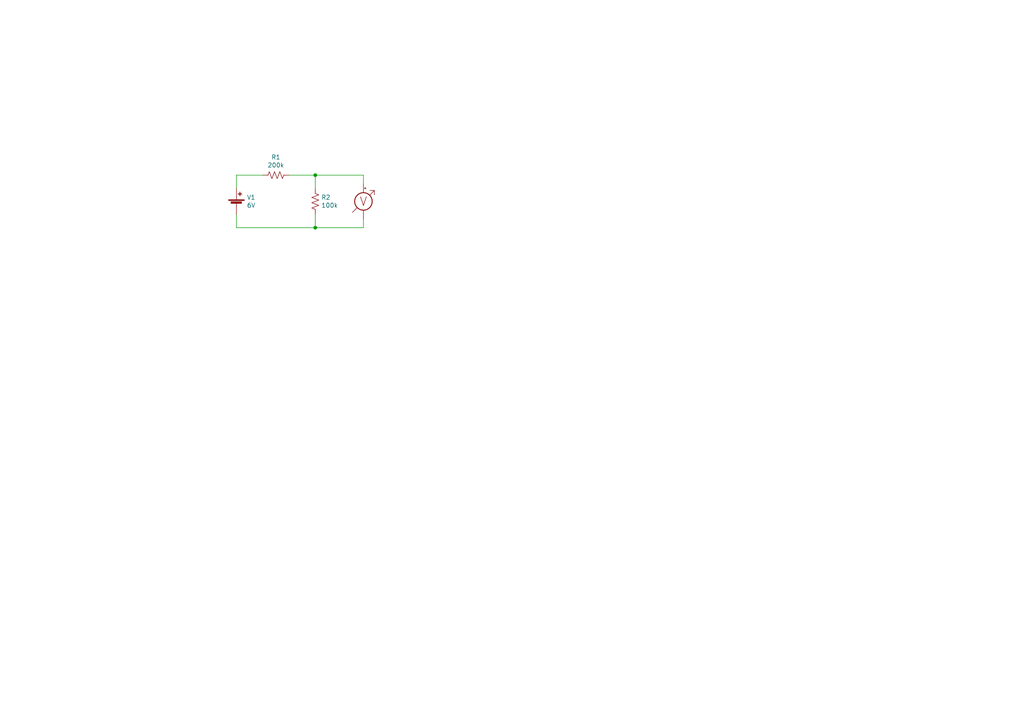
<source format=kicad_sch>
(kicad_sch (version 20211123) (generator eeschema)
  (paper "A4")
  (lib_symbols
    (symbol "Device:Battery_Cell" (pin_numbers hide) (pin_names (offset 0) hide)
      (property "Reference" "BT" (at 2.54 2.54 0))
      (property "Value" "Battery_Cell" (at 2.54 0 0))
      (symbol "Battery_Cell_0_1"
        (rectangle (start -2.286 1.778) (end 2.286 1.524) (fill (type outline)))
        (rectangle (start -1.5748 1.1938) (end 1.4732 0.6858) (fill (type outline)))
        (polyline (pts (xy 0 0.762) (xy 0 0)))
        (polyline (pts (xy 0 1.778) (xy 0 2.54)))
        (polyline (pts (xy 0.508 3.429) (xy 1.524 3.429)) (stroke (width 0.254)))
        (polyline (pts (xy 1.016 3.937) (xy 1.016 2.921)) (stroke (width 0.254)))
      )
      (symbol "Battery_Cell_1_1"
        (pin passive line (at 0 5.08 270) (length 2.54) (name "+") (number "1"))
        (pin passive line (at 0 -2.54 90) (length 2.54) (name "-") (number "2"))
      )
    )
    (symbol "Device:R_US" (pin_numbers hide) (pin_names (offset 0))
      (property "Reference" "R" (at 2.54 0 90))
      (property "Value" "R_US" (at -2.54 0 90))
      (symbol "R_US_0_1"
        (polyline (pts (xy 0 -2.286) (xy 0 -2.54)))
        (polyline (pts (xy 0 2.286) (xy 0 2.54)))
        (polyline (pts (xy 0 -0.762) (xy 1.016 -1.143) (xy 0 -1.524) (xy -1.016 -1.905) (xy 0 -2.286)))
        (polyline (pts (xy 0 0.762) (xy 1.016 0.381) (xy 0 0) (xy -1.016 -0.381) (xy 0 -0.762)))
        (polyline (pts (xy 0 2.286) (xy 1.016 1.905) (xy 0 1.524) (xy -1.016 1.143) (xy 0 0.762)))
      )
      (symbol "R_US_1_1"
        (pin passive line (at 0 3.81 270) (length 1.27) (name "~") (number "1"))
        (pin passive line (at 0 -3.81 90) (length 1.27) (name "~") (number "2"))
      )
    )
    (symbol "Device:Voltmeter_DC" (pin_numbers hide) (pin_names (offset 0.0254) hide)
      (property "Reference" "MES" (at -3.302 1.016 0))
      (property "Value" "Voltmeter_DC" (at -3.302 -0.762 0))
      (symbol "Voltmeter_DC_0_0"
        (polyline (pts (xy -3.175 -3.175) (xy -1.905 -1.905)))
        (polyline (pts (xy 1.905 1.905) (xy 3.175 3.175)))
        (polyline (pts (xy 1.905 3.175) (xy 3.175 3.175) (xy 3.175 1.905)))
        (text "V" (at 0 0 0) (effects (font (size 2.54 2.54))))
      )
      (symbol "Voltmeter_DC_0_1"
        (polyline (pts (xy 0.254 3.81) (xy 0.762 3.81)))
        (polyline (pts (xy 0.508 4.064) (xy 0.508 3.556)))
        (circle (center 0 0) (radius 2.54) (stroke (width 0.254)))
      )
      (symbol "Voltmeter_DC_1_1"
        (pin passive line (at 0 -5.08 90) (length 2.54) (name "-") (number "1"))
        (pin passive line (at 0 5.08 270) (length 2.54) (name "+") (number "2"))
      )
    )
  )
  (junction (at 91.44 50.8))
  (junction (at 91.44 66.04))
  (wire (pts (xy 68.58 54.61) (xy 68.58 50.8)))
  (wire (pts (xy 91.44 50.8) (xy 91.44 54.61)))
  (wire (pts (xy 105.41 63.5) (xy 105.41 66.04)))
  (wire (pts (xy 91.44 66.04) (xy 68.58 66.04)))
  (wire (pts (xy 91.44 62.23) (xy 91.44 66.04)))
  (wire (pts (xy 105.41 50.8) (xy 105.41 53.34)))
  (wire (pts (xy 83.82 50.8) (xy 91.44 50.8)))
  (wire (pts (xy 68.58 66.04) (xy 68.58 62.23)))
  (wire (pts (xy 68.58 50.8) (xy 76.2 50.8)))
  (wire (pts (xy 105.41 66.04) (xy 91.44 66.04)))
  (wire (pts (xy 91.44 50.8) (xy 105.41 50.8)))
  (symbol (lib_id "Device:Battery_Cell") (at 68.58 59.69 0) (unit 1)
    (property "Reference" "V1" (at 71.5772 57.2516 0) (effects (justify left)))
    (property "Value" "6V" (at 71.5772 59.563 0) (effects (justify left)))
  )
  (symbol (lib_id "Device:R_US") (at 80.01 50.8 270) (unit 1)
    (property "Reference" "R1" (at 80.01 45.593 90))
    (property "Value" "200k" (at 80.01 47.9044 90))
  )
  (symbol (lib_id "Device:R_US") (at 91.44 58.42 0) (unit 1)
    (property "Reference" "R2" (at 93.1672 57.2516 0) (effects (justify left)))
    (property "Value" "100k" (at 93.1672 59.563 0) (effects (justify left)))
  )
  (symbol (lib_id "Device:Voltmeter_DC") (at 105.41 58.42 0) (unit 1)
    (property "Reference" "MES1" (effects hide))
    (property "Value" "Voltmeter_DC" (effects hide))
  )
)
</source>
